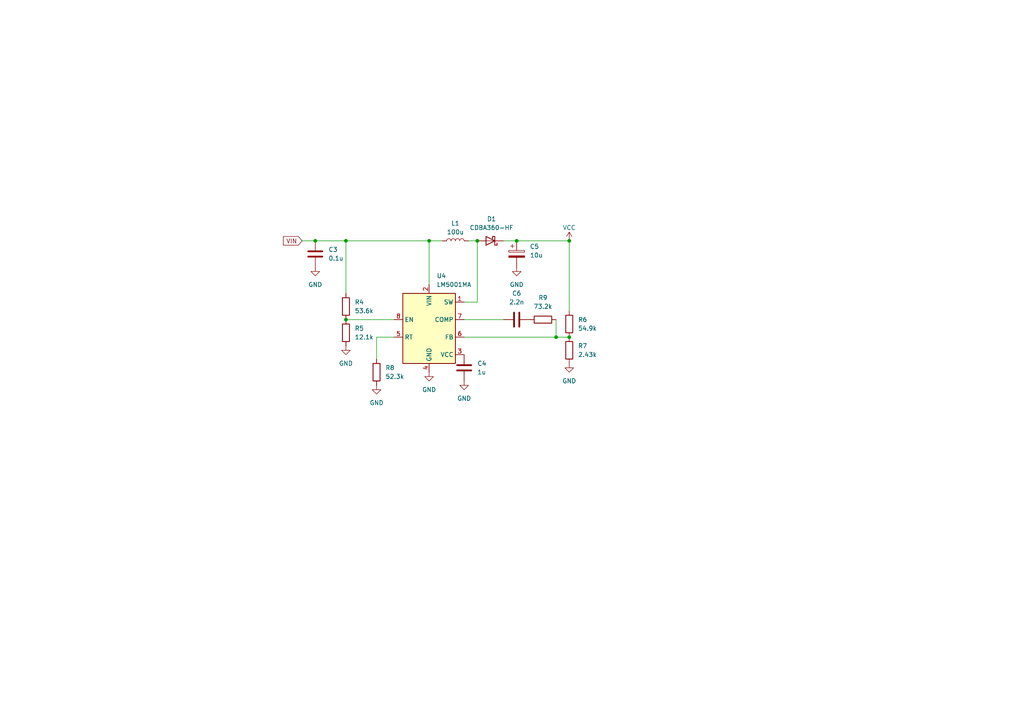
<source format=kicad_sch>
(kicad_sch (version 20230121) (generator eeschema)
  (paper "A4")
  (lib_symbols
    (symbol "Device:C" (pin_numbers hide) (pin_names (offset 0.254))
      (property "Reference" "C" (at 0.635 2.54 0))
      (property "Value" "C" (at 0.635 -2.54 0))
      (symbol "C_0_1"
        (polyline (pts (xy -2.032 -0.762) (xy 2.032 -0.762)) (stroke (width 0.508)))
        (polyline (pts (xy -2.032 0.762) (xy 2.032 0.762)) (stroke (width 0.508)))
      )
      (symbol "C_1_1"
        (pin passive line (at 0 3.81 270) (length 2.794) (name "~") (number "1"))
        (pin passive line (at 0 -3.81 90) (length 2.794) (name "~") (number "2"))
      )
    )
    (symbol "Device:C_Polarized" (pin_numbers hide) (pin_names (offset 0.254))
      (property "Reference" "C" (at 0.635 2.54 0))
      (property "Value" "C_Polarized" (at 0.635 -2.54 0))
      (symbol "C_Polarized_0_1"
        (rectangle (start -2.286 0.508) (end 2.286 1.016))
        (polyline (pts (xy -1.778 2.286) (xy -0.762 2.286)))
        (polyline (pts (xy -1.27 2.794) (xy -1.27 1.778)))
        (rectangle (start 2.286 -0.508) (end -2.286 -1.016) (fill (type outline)))
      )
      (symbol "C_Polarized_1_1"
        (pin passive line (at 0 3.81 270) (length 2.794) (name "~") (number "1"))
        (pin passive line (at 0 -3.81 90) (length 2.794) (name "~") (number "2"))
      )
    )
    (symbol "Device:L" (pin_numbers hide) (pin_names (offset 1.016) hide)
      (property "Reference" "L" (at -1.27 0 90))
      (property "Value" "L" (at 1.905 0 90))
      (symbol "L_0_1"
        (arc (start 0 -2.54) (mid 0.6323 -1.905) (end 0 -1.27))
        (arc (start 0 -1.27) (mid 0.6323 -0.635) (end 0 0))
        (arc (start 0 0) (mid 0.6323 0.635) (end 0 1.27))
        (arc (start 0 1.27) (mid 0.6323 1.905) (end 0 2.54))
      )
      (symbol "L_1_1"
        (pin passive line (at 0 3.81 270) (length 1.27) (name "1") (number "1"))
        (pin passive line (at 0 -3.81 90) (length 1.27) (name "2") (number "2"))
      )
    )
    (symbol "Device:R" (pin_numbers hide) (pin_names (offset 0))
      (property "Reference" "R" (at 2.032 0 90))
      (property "Value" "R" (at 0 0 90))
      (symbol "R_0_1"
        (rectangle (start -1.016 -2.54) (end 1.016 2.54) (stroke (width 0.254)))
      )
      (symbol "R_1_1"
        (pin passive line (at 0 3.81 270) (length 1.27) (name "~") (number "1"))
        (pin passive line (at 0 -3.81 90) (length 1.27) (name "~") (number "2"))
      )
    )
    (symbol "Diode:CDBA360-HF" (pin_numbers hide) (pin_names hide)
      (property "Reference" "D" (at 0 2.54 0))
      (property "Value" "CDBA360-HF" (at 0 -2.54 0))
      (symbol "CDBA360-HF_0_1"
        (polyline (pts (xy 1.27 0) (xy -1.27 0)))
        (polyline (pts (xy 1.27 1.27) (xy 1.27 -1.27) (xy -1.27 0) (xy 1.27 1.27)) (stroke (width 0.254)))
        (polyline (pts (xy -1.905 0.635) (xy -1.905 1.27) (xy -1.27 1.27) (xy -1.27 -1.27) (xy -0.635 -1.27) (xy -0.635 -0.635)) (stroke (width 0.254)))
      )
      (symbol "CDBA360-HF_1_1"
        (pin passive line (at -3.81 0 0) (length 2.54) (name "K") (number "1"))
        (pin passive line (at 3.81 0 180) (length 2.54) (name "A") (number "2"))
      )
    )
    (symbol "Regulator_Switching:LM5001MA"
      (property "Reference" "U" (at -6.35 11.43 0))
      (property "Value" "LM5001MA" (at 6.35 11.43 0))
      (symbol "LM5001MA_0_1"
        (rectangle (start -7.62 10.16) (end 7.62 -10.16) (stroke (width 0.254)) (fill (type background)))
      )
      (symbol "LM5001MA_1_1"
        (pin open_collector line (at 10.16 7.62 180) (length 2.54) (name "SW") (number "1"))
        (pin power_in line (at 0 12.7 270) (length 2.54) (name "VIN") (number "2"))
        (pin passive line (at 10.16 -7.62 180) (length 2.54) (name "VCC") (number "3"))
        (pin power_in line (at 0 -12.7 90) (length 2.54) (name "GND") (number "4"))
        (pin passive line (at -10.16 -2.54 0) (length 2.54) (name "RT") (number "5"))
        (pin input line (at 10.16 -2.54 180) (length 2.54) (name "FB") (number "6"))
        (pin open_collector line (at 10.16 2.54 180) (length 2.54) (name "COMP") (number "7"))
        (pin input line (at -10.16 2.54 0) (length 2.54) (name "EN") (number "8"))
      )
    )
    (symbol "power:GND" (power) (pin_names (offset 0))
      (property "Value" "GND" (at 0 -3.81 0))
      (symbol "GND_0_1"
        (polyline (pts (xy 0 0) (xy 0 -1.27) (xy 1.27 -1.27) (xy 0 -2.54) (xy -1.27 -1.27) (xy 0 -1.27)))
      )
      (symbol "GND_1_1"
        (pin power_in line (at 0 0 270) (length 0) hide (name "GND") (number "1"))
      )
    )
    (symbol "power:VCC" (power) (pin_names (offset 0))
      (property "Value" "VCC" (at 0 3.81 0))
      (symbol "VCC_0_1"
        (polyline (pts (xy -0.762 1.27) (xy 0 2.54)))
        (polyline (pts (xy 0 0) (xy 0 2.54)))
        (polyline (pts (xy 0 2.54) (xy 0.762 1.27)))
      )
      (symbol "VCC_1_1"
        (pin power_in line (at 0 0 90) (length 0) hide (name "VCC") (number "1"))
      )
    )
  )
  (junction (at 124.46 69.85))
  (junction (at 138.43 69.85))
  (junction (at 91.44 69.85))
  (junction (at 100.33 92.71))
  (junction (at 161.29 97.79))
  (junction (at 149.86 69.85))
  (junction (at 100.33 69.85))
  (junction (at 165.1 69.85))
  (junction (at 165.1 97.79))
  (wire (pts (xy 91.44 69.85) (xy 100.33 69.85)))
  (wire (pts (xy 161.29 92.71) (xy 161.29 97.79)))
  (wire (pts (xy 100.33 69.85) (xy 100.33 85.09)))
  (wire (pts (xy 134.62 92.71) (xy 146.05 92.71)))
  (wire (pts (xy 165.1 69.85) (xy 149.86 69.85)))
  (wire (pts (xy 135.89 69.85) (xy 138.43 69.85)))
  (wire (pts (xy 87.63 69.85) (xy 91.44 69.85)))
  (wire (pts (xy 109.22 104.14) (xy 109.22 97.79)))
  (wire (pts (xy 165.1 90.17) (xy 165.1 69.85)))
  (wire (pts (xy 134.62 97.79) (xy 161.29 97.79)))
  (wire (pts (xy 128.27 69.85) (xy 124.46 69.85)))
  (wire (pts (xy 149.86 69.85) (xy 146.05 69.85)))
  (wire (pts (xy 138.43 87.63) (xy 134.62 87.63)))
  (wire (pts (xy 100.33 69.85) (xy 124.46 69.85)))
  (wire (pts (xy 124.46 69.85) (xy 124.46 82.55)))
  (wire (pts (xy 161.29 97.79) (xy 165.1 97.79)))
  (wire (pts (xy 100.33 92.71) (xy 114.3 92.71)))
  (wire (pts (xy 109.22 97.79) (xy 114.3 97.79)))
  (wire (pts (xy 138.43 69.85) (xy 138.43 87.63)))
  (global_label "VIN" (shape input) (at 87.63 69.85 180) (property "Intersheetrefs" "${INTERSHEET_REFS}" (effects hide)))
  (symbol (lib_id "power:GND") (at 134.62 110.49 0) (unit 1)
    (property "Reference" "#PWR0356" (effects hide))
    (property "Value" "GND" (at 134.62 115.57 0))
    (instances (project "RC_Charger" (path "" (reference "#PWR0356") (unit 1))) (project "RC_Charger_MainBoard" (path "" (reference "#PWR07") (unit 1)) (path "" (reference "#PWR022") (unit 1))))
  )
  (symbol (lib_id "power:GND") (at 91.44 77.47 0) (unit 1)
    (property "Reference" "#PWR0356" (effects hide))
    (property "Value" "GND" (at 91.44 82.55 0))
    (instances (project "RC_Charger" (path "" (reference "#PWR0356") (unit 1))) (project "RC_Charger_MainBoard" (path "" (reference "#PWR07") (unit 1)) (path "" (reference "#PWR019") (unit 1))))
  )
  (symbol (lib_id "power:GND") (at 149.86 77.47 0) (unit 1)
    (property "Reference" "#PWR0356" (effects hide))
    (property "Value" "GND" (at 149.86 82.55 0))
    (instances (project "RC_Charger" (path "" (reference "#PWR0356") (unit 1))) (project "RC_Charger_MainBoard" (path "" (reference "#PWR07") (unit 1)) (path "" (reference "#PWR023") (unit 1))))
  )
  (symbol (lib_id "Device:C_Polarized") (at 149.86 73.66 0) (unit 1)
    (property "Reference" "C5" (at 153.67 71.501 0) (effects (justify left)))
    (property "Value" "10u" (at 153.67 74.041 0) (effects (justify left)))
    (property "Footprint" "Capacitor_SMD:CP_Elec_4x5.7" (effects hide))
  )
  (symbol (lib_id "Device:C") (at 134.62 106.68 0) (unit 1)
    (property "Reference" "C4" (at 138.43 105.41 0) (effects (justify left)))
    (property "Value" "1u" (at 138.43 107.95 0) (effects (justify left)))
    (property "Footprint" "Capacitor_SMD:C_1206_3216Metric" (effects hide))
  )
  (symbol (lib_id "power:GND") (at 109.22 111.76 0) (unit 1)
    (property "Reference" "#PWR0356" (effects hide))
    (property "Value" "GND" (at 109.22 116.84 0))
    (instances (project "RC_Charger" (path "" (reference "#PWR0356") (unit 1))) (project "RC_Charger_MainBoard" (path "" (reference "#PWR07") (unit 1)) (path "" (reference "#PWR025") (unit 1))))
  )
  (symbol (lib_id "Regulator_Switching:LM5001MA") (at 124.46 95.25 0) (unit 1)
    (property "Reference" "U4" (at 126.6541 80.01 0) (effects (justify left)))
    (property "Value" "LM5001MA" (at 126.6541 82.55 0) (effects (justify left)))
    (property "Footprint" "Package_SO:SOIC-8_3.9x4.9mm_P1.27mm" (effects hide))
    (property "Datasheet" "http://www.ti.com/lit/ds/symlink/lm5001.pdf" (effects hide))
  )
  (symbol (lib_id "Device:R") (at 100.33 88.9 180) (unit 1)
    (property "Reference" "R4" (at 102.87 87.63 0) (effects (justify right)))
    (property "Value" "53.6k" (at 102.87 90.17 0) (effects (justify right)))
    (property "Footprint" "Resistor_SMD:R_0603_1608Metric" (effects hide))
  )
  (symbol (lib_id "Device:R") (at 109.22 107.95 180) (unit 1)
    (property "Reference" "R8" (at 111.76 106.68 0) (effects (justify right)))
    (property "Value" "52.3k" (at 111.76 109.22 0) (effects (justify right)))
    (property "Footprint" "Resistor_SMD:R_0603_1608Metric" (effects hide))
  )
  (symbol (lib_id "Diode:CDBA360-HF") (at 142.24 69.85 180) (unit 1)
    (property "Reference" "D1" (at 142.5575 63.5 0))
    (property "Value" "CDBA360-HF" (at 142.5575 66.04 0))
    (property "Footprint" "Diode_SMD:D_SMA" (effects hide))
    (property "Datasheet" "https://www.comchiptech.com/admin/files/product/CDBA340-HF%20Thru193640.%20CDBA3100-HF%20RevB.pdf" (effects hide))
  )
  (symbol (lib_id "Device:L") (at 132.08 69.85 90) (unit 1)
    (property "Reference" "L1" (at 132.08 64.77 90))
    (property "Value" "100u" (at 132.08 67.31 90))
    (property "Footprint" "Inductor_SMD:L_Taiyo-Yuden_NR-80xx_HandSoldering" (effects hide))
  )
  (symbol (lib_id "power:GND") (at 100.33 100.33 0) (unit 1)
    (property "Reference" "#PWR0356" (effects hide))
    (property "Value" "GND" (at 100.33 105.41 0))
    (instances (project "RC_Charger" (path "" (reference "#PWR0356") (unit 1))) (project "RC_Charger_MainBoard" (path "" (reference "#PWR07") (unit 1)) (path "" (reference "#PWR020") (unit 1))))
  )
  (symbol (lib_id "power:GND") (at 165.1 105.41 0) (unit 1)
    (property "Reference" "#PWR0356" (effects hide))
    (property "Value" "GND" (at 165.1 110.49 0))
    (instances (project "RC_Charger" (path "" (reference "#PWR0356") (unit 1))) (project "RC_Charger_MainBoard" (path "" (reference "#PWR07") (unit 1)) (path "" (reference "#PWR024") (unit 1))))
  )
  (symbol (lib_id "Device:C") (at 149.86 92.71 90) (unit 1)
    (property "Reference" "C6" (at 149.86 85.09 90))
    (property "Value" "2.2n" (at 149.86 87.63 90))
    (property "Footprint" "Capacitor_SMD:C_0603_1608Metric" (effects hide))
  )
  (symbol (lib_id "Device:C") (at 91.44 73.66 0) (unit 1)
    (property "Reference" "C3" (at 95.25 72.39 0) (effects (justify left)))
    (property "Value" "0.1u" (at 95.25 74.93 0) (effects (justify left)))
    (property "Footprint" "Capacitor_SMD:C_0603_1608Metric" (effects hide))
  )
  (symbol (lib_id "Device:R") (at 165.1 93.98 180) (unit 1)
    (property "Reference" "R6" (at 167.64 92.71 0) (effects (justify right)))
    (property "Value" "54.9k" (at 167.64 95.25 0) (effects (justify right)))
    (property "Footprint" "Resistor_SMD:R_0603_1608Metric" (effects hide))
  )
  (symbol (lib_id "power:GND") (at 124.46 107.95 0) (unit 1)
    (property "Reference" "#PWR0356" (effects hide))
    (property "Value" "GND" (at 124.46 113.03 0))
    (instances (project "RC_Charger" (path "" (reference "#PWR0356") (unit 1))) (project "RC_Charger_MainBoard" (path "" (reference "#PWR07") (unit 1)) (path "" (reference "#PWR021") (unit 1))))
  )
  (symbol (lib_id "power:VCC") (at 165.1 69.85 0) (unit 1)
    (property "Reference" "#PWR0314" (effects hide))
    (property "Value" "VCC" (at 165.1 66.04 0))
    (instances (project "RC_Charger" (path "" (reference "#PWR0314") (unit 1))) (project "RC_Charger_MainBoard" (path "" (reference "#PWR0123") (unit 1)) (path "" (reference "#PWR026") (unit 1))))
  )
  (symbol (lib_id "Device:R") (at 100.33 96.52 180) (unit 1)
    (property "Reference" "R5" (at 102.87 95.25 0) (effects (justify right)))
    (property "Value" "12.1k" (at 102.87 97.79 0) (effects (justify right)))
    (property "Footprint" "Resistor_SMD:R_0603_1608Metric" (effects hide))
  )
  (symbol (lib_id "Device:R") (at 165.1 101.6 180) (unit 1)
    (property "Reference" "R7" (at 167.64 100.33 0) (effects (justify right)))
    (property "Value" "2.43k" (at 167.64 102.87 0) (effects (justify right)))
    (property "Footprint" "Resistor_SMD:R_0603_1608Metric" (effects hide))
  )
  (symbol (lib_id "Device:R") (at 157.48 92.71 270) (unit 1)
    (property "Reference" "R9" (at 157.48 86.36 90))
    (property "Value" "73.2k" (at 157.48 88.9 90))
    (property "Footprint" "Resistor_SMD:R_0603_1608Metric" (effects hide))
  )
)
</source>
